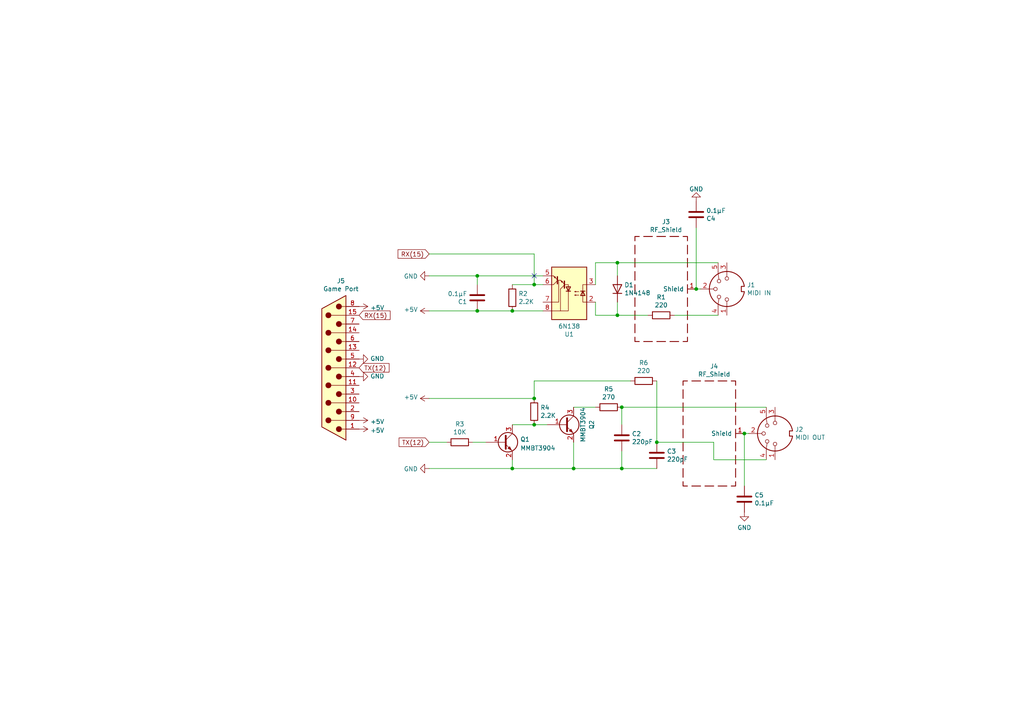
<source format=kicad_sch>
(kicad_sch (version 20211123) (generator eeschema)
  (paper "A4")
  (title_block (title "Game Midi Breakout") (date "2023-04-28") (rev "1.1") (comment 1 "UNTESTED REVISION"))
  (lib_symbols
    (symbol "Connector:DB15_Male" (pin_names (offset 1.016) hide)
      (property "Reference" "J" (at 0.508 21.59 0))
      (property "Value" "DB15_Male" (at 0 -22.225 0))
      (symbol "DB15_Male_0_1"
        (circle (center -1.778 -17.78) (radius 0.762) (fill (type outline)))
        (circle (center -1.778 -12.7) (radius 0.762) (fill (type outline)))
        (circle (center -1.778 -7.62) (radius 0.762) (fill (type outline)))
        (circle (center -1.778 -2.54) (radius 0.762) (fill (type outline)))
        (circle (center -1.778 2.54) (radius 0.762) (fill (type outline)))
        (circle (center -1.778 7.62) (radius 0.762) (fill (type outline)))
        (circle (center -1.778 12.7) (radius 0.762) (fill (type outline)))
        (circle (center -1.778 17.78) (radius 0.762) (fill (type outline)))
        (polyline (pts (xy -3.81 -17.78) (xy -2.54 -17.78)))
        (polyline (pts (xy -3.81 -15.24) (xy 0.508 -15.24)))
        (polyline (pts (xy -3.81 -12.7) (xy -2.54 -12.7)))
        (polyline (pts (xy -3.81 -10.16) (xy 0.508 -10.16)))
        (polyline (pts (xy -3.81 -7.62) (xy -2.54 -7.62)))
        (polyline (pts (xy -3.81 -5.08) (xy 0.508 -5.08)))
        (polyline (pts (xy -3.81 -2.54) (xy -2.54 -2.54)))
        (polyline (pts (xy -3.81 0) (xy 0.508 0)))
        (polyline (pts (xy -3.81 2.54) (xy -2.54 2.54)))
        (polyline (pts (xy -3.81 5.08) (xy 0.508 5.08)))
        (polyline (pts (xy -3.81 7.62) (xy -2.54 7.62)))
        (polyline (pts (xy -3.81 10.16) (xy 0.508 10.16)))
        (polyline (pts (xy -3.81 12.7) (xy -2.54 12.7)))
        (polyline (pts (xy -3.81 15.24) (xy 0.508 15.24)))
        (polyline (pts (xy -3.81 17.78) (xy -2.54 17.78)))
        (polyline (pts (xy -3.81 -20.955) (xy 3.175 -17.145) (xy 3.175 17.145) (xy -3.81 20.955) (xy -3.81 -20.955)) (stroke (width 0.254)) (fill (type background)))
        (circle (center 1.27 -15.24) (radius 0.762) (fill (type outline)))
        (circle (center 1.27 -10.16) (radius 0.762) (fill (type outline)))
        (circle (center 1.27 -5.08) (radius 0.762) (fill (type outline)))
        (circle (center 1.27 0) (radius 0.762) (fill (type outline)))
        (circle (center 1.27 5.08) (radius 0.762) (fill (type outline)))
        (circle (center 1.27 10.16) (radius 0.762) (fill (type outline)))
        (circle (center 1.27 15.24) (radius 0.762) (fill (type outline)))
      )
      (symbol "DB15_Male_1_1"
        (pin passive line (at -7.62 -17.78 0) (length 3.81) (name "1") (number "1"))
        (pin passive line (at -7.62 -10.16 0) (length 3.81) (name "P10") (number "10"))
        (pin passive line (at -7.62 -5.08 0) (length 3.81) (name "P111") (number "11"))
        (pin passive line (at -7.62 0 0) (length 3.81) (name "P12") (number "12"))
        (pin passive line (at -7.62 5.08 0) (length 3.81) (name "P13") (number "13"))
        (pin passive line (at -7.62 10.16 0) (length 3.81) (name "P14") (number "14"))
        (pin passive line (at -7.62 15.24 0) (length 3.81) (name "P15") (number "15"))
        (pin passive line (at -7.62 -12.7 0) (length 3.81) (name "2") (number "2"))
        (pin passive line (at -7.62 -7.62 0) (length 3.81) (name "3") (number "3"))
        (pin passive line (at -7.62 -2.54 0) (length 3.81) (name "4") (number "4"))
        (pin passive line (at -7.62 2.54 0) (length 3.81) (name "5") (number "5"))
        (pin passive line (at -7.62 7.62 0) (length 3.81) (name "6") (number "6"))
        (pin passive line (at -7.62 12.7 0) (length 3.81) (name "7") (number "7"))
        (pin passive line (at -7.62 17.78 0) (length 3.81) (name "8") (number "8"))
        (pin passive line (at -7.62 -15.24 0) (length 3.81) (name "P9") (number "9"))
      )
    )
    (symbol "Connector:DIN-5_180degree" (pin_names (offset 1.016))
      (property "Reference" "J" (at 3.175 5.715 0))
      (property "Value" "DIN-5_180degree" (at 0 -6.35 0))
      (symbol "DIN-5_180degree_0_1"
        (arc (start -5.08 0) (mid -3.8609 -3.3364) (end -0.762 -5.08) (stroke (width 0.254)))
        (circle (center -3.048 0) (radius 0.508))
        (circle (center -2.286 2.286) (radius 0.508))
        (polyline (pts (xy -5.08 0) (xy -3.556 0)))
        (polyline (pts (xy 0 5.08) (xy 0 3.81)))
        (polyline (pts (xy 5.08 0) (xy 3.556 0)))
        (polyline (pts (xy -5.08 2.54) (xy -4.318 2.54) (xy -2.794 2.286)))
        (polyline (pts (xy 5.08 2.54) (xy 4.318 2.54) (xy 2.794 2.286)))
        (polyline (pts (xy -0.762 -4.953) (xy -0.762 -4.191) (xy 0.762 -4.191) (xy 0.762 -4.953)) (stroke (width 0.254)))
        (circle (center 0 3.302) (radius 0.508))
        (arc (start 0.762 -5.08) (mid 3.8685 -3.343) (end 5.08 0) (stroke (width 0.254)))
        (circle (center 2.286 2.286) (radius 0.508))
        (circle (center 3.048 0) (radius 0.508))
        (arc (start 5.08 0) (mid 0 5.08) (end -5.08 0) (stroke (width 0.254)))
      )
      (symbol "DIN-5_180degree_1_1"
        (pin passive line (at -7.62 0 0) (length 2.54) (name "~") (number "1"))
        (pin passive line (at 0 7.62 270) (length 2.54) (name "~") (number "2"))
        (pin passive line (at 7.62 0 180) (length 2.54) (name "~") (number "3"))
        (pin passive line (at -7.62 2.54 0) (length 2.54) (name "~") (number "4"))
        (pin passive line (at 7.62 2.54 180) (length 2.54) (name "~") (number "5"))
      )
    )
    (symbol "Device:C" (pin_numbers hide) (pin_names (offset 0.254))
      (property "Reference" "C" (at 0.635 2.54 0))
      (property "Value" "C" (at 0.635 -2.54 0))
      (symbol "C_0_1"
        (polyline (pts (xy -2.032 -0.762) (xy 2.032 -0.762)) (stroke (width 0.508)))
        (polyline (pts (xy -2.032 0.762) (xy 2.032 0.762)) (stroke (width 0.508)))
      )
      (symbol "C_1_1"
        (pin passive line (at 0 3.81 270) (length 2.794) (name "~") (number "1"))
        (pin passive line (at 0 -3.81 90) (length 2.794) (name "~") (number "2"))
      )
    )
    (symbol "Device:D" (pin_numbers hide) (pin_names (offset 1.016) hide)
      (property "Reference" "D" (at 0 2.54 0))
      (property "Value" "D" (at 0 -2.54 0))
      (symbol "D_0_1"
        (polyline (pts (xy -1.27 1.27) (xy -1.27 -1.27)) (stroke (width 0.254)))
        (polyline (pts (xy 1.27 0) (xy -1.27 0)))
        (polyline (pts (xy 1.27 1.27) (xy 1.27 -1.27) (xy -1.27 0) (xy 1.27 1.27)) (stroke (width 0.254)))
      )
      (symbol "D_1_1"
        (pin passive line (at -3.81 0 0) (length 2.54) (name "K") (number "1"))
        (pin passive line (at 3.81 0 180) (length 2.54) (name "A") (number "2"))
      )
    )
    (symbol "Device:R" (pin_numbers hide) (pin_names (offset 0))
      (property "Reference" "R" (at 2.032 0 90))
      (property "Value" "R" (at 0 0 90))
      (symbol "R_0_1"
        (rectangle (start -1.016 -2.54) (end 1.016 2.54) (stroke (width 0.254)))
      )
      (symbol "R_1_1"
        (pin passive line (at 0 3.81 270) (length 1.27) (name "~") (number "1"))
        (pin passive line (at 0 -3.81 90) (length 1.27) (name "~") (number "2"))
      )
    )
    (symbol "Isolator:6N138" (pin_names (offset 1.016) hide)
      (property "Reference" "U" (at -4.064 8.89 0))
      (property "Value" "6N138" (at 2.286 8.89 0))
      (symbol "6N138_0_1"
        (rectangle (start -5.08 7.62) (end 5.08 -7.62) (stroke (width 0.254)) (fill (type background)))
        (polyline (pts (xy -4.572 -0.635) (xy -3.302 -0.635)) (stroke (width 0.254)))
        (polyline (pts (xy 0.889 -0.635) (xy -0.381 -0.635)) (stroke (width 0.254)))
        (polyline (pts (xy 1.397 -2.667) (xy 2.54 -3.81)))
        (polyline (pts (xy 1.397 -2.413) (xy 2.54 -1.27)))
        (polyline (pts (xy 2.54 -3.81) (xy 3.175 -3.81)))
        (polyline (pts (xy 3.429 -3.937) (xy 4.572 -5.08)))
        (polyline (pts (xy 3.429 -3.683) (xy 4.572 -2.54)))
        (polyline (pts (xy 4.572 -5.08) (xy 5.08 -5.08)))
        (polyline (pts (xy 4.572 -2.54) (xy 5.08 -2.54)))
        (polyline (pts (xy 1.397 -1.524) (xy 1.397 -3.556) (xy 1.397 -3.556)) (stroke (width 0.3556)))
        (polyline (pts (xy 2.54 -1.27) (xy 2.54 5.08) (xy 5.08 5.08)))
        (polyline (pts (xy 3.429 -2.794) (xy 3.429 -4.826) (xy 3.429 -4.826)) (stroke (width 0.3556)))
        (polyline (pts (xy 5.08 2.54) (xy 3.048 2.54) (xy 3.048 -3.81)))
        (polyline (pts (xy -5.08 -2.54) (xy -3.937 -2.54) (xy -3.937 2.54) (xy -5.08 2.54)))
        (polyline (pts (xy -3.937 -0.635) (xy -4.572 0.635) (xy -3.302 0.635) (xy -3.937 -0.635)) (stroke (width 0.254)))
        (polyline (pts (xy 0.254 -0.635) (xy 0.889 -1.905) (xy -0.381 -1.905) (xy 0.254 -0.635)) (stroke (width 0.254)))
        (polyline (pts (xy 1.27 -2.54) (xy 0.254 -2.54) (xy 0.254 5.08) (xy 2.54 5.08)))
        (polyline (pts (xy 2.413 -3.683) (xy 2.159 -3.175) (xy 1.905 -3.429) (xy 2.413 -3.683)))
        (polyline (pts (xy 4.445 -4.953) (xy 4.191 -4.445) (xy 3.937 -4.699) (xy 4.445 -4.953)))
        (polyline (pts (xy -2.794 -0.508) (xy -1.524 -0.508) (xy -1.905 -0.635) (xy -1.905 -0.381) (xy -1.524 -0.508)))
        (polyline (pts (xy -2.794 0.508) (xy -1.524 0.508) (xy -1.905 0.381) (xy -1.905 0.635) (xy -1.524 0.508)))
      )
      (symbol "6N138_1_1"
        (pin no_connect line (at -5.08 5.08 0) (length 2.54) hide (name "NC") (number "1"))
        (pin passive line (at -7.62 2.54 0) (length 2.54) (name "C1") (number "2"))
        (pin passive line (at -7.62 -2.54 0) (length 2.54) (name "C2") (number "3"))
        (pin no_connect line (at -5.08 -5.08 0) (length 2.54) hide (name "NC") (number "4"))
        (pin passive line (at 7.62 -5.08 180) (length 2.54) (name "GND") (number "5"))
        (pin passive line (at 7.62 -2.54 180) (length 2.54) (name "VO2") (number "6"))
        (pin passive line (at 7.62 2.54 180) (length 2.54) (name "VO1") (number "7"))
        (pin passive line (at 7.62 5.08 180) (length 2.54) (name "VCC") (number "8"))
      )
    )
    (symbol "Transistor_BJT:MMBT3904" (pin_names (offset 0) hide)
      (property "Reference" "Q" (at 5.08 1.905 0))
      (property "Value" "MMBT3904" (at 5.08 0 0))
      (symbol "MMBT3904_0_1"
        (polyline (pts (xy 0.635 0.635) (xy 2.54 2.54)))
        (polyline (pts (xy 0.635 -0.635) (xy 2.54 -2.54) (xy 2.54 -2.54)))
        (polyline (pts (xy 0.635 1.905) (xy 0.635 -1.905) (xy 0.635 -1.905)) (stroke (width 0.508)))
        (polyline (pts (xy 1.27 -1.778) (xy 1.778 -1.27) (xy 2.286 -2.286) (xy 1.27 -1.778) (xy 1.27 -1.778)) (fill (type outline)))
        (circle (center 1.27 0) (radius 2.8194) (stroke (width 0.254)))
      )
      (symbol "MMBT3904_1_1"
        (pin input line (at -5.08 0 0) (length 5.715) (name "B") (number "1"))
        (pin passive line (at 2.54 -5.08 90) (length 2.54) (name "E") (number "2"))
        (pin passive line (at 2.54 5.08 270) (length 2.54) (name "C") (number "3"))
      )
    )
    (symbol "game_midi_breakout-rescue:RF_Shield_One_Piece-Device" (pin_names (offset 1.016))
      (property "Reference" "J" (at 0 5.08 0))
      (property "Value" "RF_Shield_One_Piece-Device" (at 0 2.54 0))
      (symbol "RF_Shield_One_Piece-Device_0_1"
        (polyline (pts (xy -15.24 -5.08) (xy -15.24 -2.54)) (stroke (width 0.254)))
        (polyline (pts (xy -15.24 -1.27) (xy -15.24 1.27)) (stroke (width 0.254)))
        (polyline (pts (xy -15.24 2.54) (xy -15.24 5.08)) (stroke (width 0.254)))
        (polyline (pts (xy -12.7 7.62) (xy -10.16 7.62)) (stroke (width 0.254)))
        (polyline (pts (xy -10.16 -7.62) (xy -12.7 -7.62)) (stroke (width 0.254)))
        (polyline (pts (xy -6.35 -7.62) (xy -8.89 -7.62)) (stroke (width 0.254)))
        (polyline (pts (xy -6.35 7.62) (xy -8.89 7.62)) (stroke (width 0.254)))
        (polyline (pts (xy -2.54 -7.62) (xy -5.08 -7.62)) (stroke (width 0.254)))
        (polyline (pts (xy -2.54 7.62) (xy -5.08 7.62)) (stroke (width 0.254)))
        (polyline (pts (xy -1.27 -7.62) (xy 1.27 -7.62)) (stroke (width 0.254)))
        (polyline (pts (xy 1.27 7.62) (xy -1.27 7.62)) (stroke (width 0.254)))
        (polyline (pts (xy 2.54 -7.62) (xy 5.08 -7.62)) (stroke (width 0.254)))
        (polyline (pts (xy 5.08 7.62) (xy 2.54 7.62)) (stroke (width 0.254)))
        (polyline (pts (xy 6.35 -7.62) (xy 8.89 -7.62)) (stroke (width 0.254)))
        (polyline (pts (xy 8.89 7.62) (xy 6.35 7.62)) (stroke (width 0.254)))
        (polyline (pts (xy 10.16 -7.62) (xy 12.7 -7.62)) (stroke (width 0.254)))
        (polyline (pts (xy 12.7 7.62) (xy 10.16 7.62)) (stroke (width 0.254)))
        (polyline (pts (xy 15.24 -5.08) (xy 15.24 -2.54)) (stroke (width 0.254)))
        (polyline (pts (xy 15.24 -1.27) (xy 15.24 1.27)) (stroke (width 0.254)))
        (polyline (pts (xy 15.24 2.54) (xy 15.24 5.08)) (stroke (width 0.254)))
        (polyline (pts (xy -15.24 6.35) (xy -15.24 7.62) (xy -13.97 7.62)) (stroke (width 0.254)))
        (polyline (pts (xy -13.97 -7.62) (xy -15.24 -7.62) (xy -15.24 -6.35)) (stroke (width 0.254)))
        (polyline (pts (xy 13.97 -7.62) (xy 15.24 -7.62) (xy 15.24 -6.35)) (stroke (width 0.254)))
        (polyline (pts (xy 15.24 6.35) (xy 15.24 7.62) (xy 13.97 7.62)) (stroke (width 0.254)))
      )
      (symbol "RF_Shield_One_Piece-Device_1_1"
        (pin passive line (at 0 -10.16 90) (length 2.54) (name "Shield") (number "1"))
      )
    )
    (symbol "power:+5V" (power) (pin_names (offset 0))
      (property "Value" "+5V" (at 0 3.556 0))
      (symbol "+5V_0_1"
        (polyline (pts (xy -0.762 1.27) (xy 0 2.54)))
        (polyline (pts (xy 0 0) (xy 0 2.54)))
        (polyline (pts (xy 0 2.54) (xy 0.762 1.27)))
      )
      (symbol "+5V_1_1"
        (pin power_in line (at 0 0 90) (length 0) hide (name "+5V") (number "1"))
      )
    )
    (symbol "power:GND" (power) (pin_names (offset 0))
      (property "Value" "GND" (at 0 -3.81 0))
      (symbol "GND_0_1"
        (polyline (pts (xy 0 0) (xy 0 -1.27) (xy 1.27 -1.27) (xy 0 -2.54) (xy -1.27 -1.27) (xy 0 -1.27)))
      )
      (symbol "GND_1_1"
        (pin power_in line (at 0 0 270) (length 0) hide (name "GND") (number "1"))
      )
    )
  )
  (junction (at 154.94 82.55))
  (junction (at 215.9 125.73))
  (junction (at 166.37 135.89))
  (junction (at 148.59 90.17))
  (junction (at 180.34 118.11))
  (junction (at 180.34 135.89))
  (junction (at 154.94 123.19))
  (junction (at 190.5 128.27))
  (junction (at 201.93 83.82))
  (junction (at 148.59 135.89))
  (junction (at 154.94 115.57))
  (junction (at 138.43 80.01))
  (junction (at 138.43 90.17))
  (junction (at 179.07 76.2))
  (junction (at 179.07 91.44))
  (no_connect (at 154.94 80.01))
  (wire (pts (xy 137.16 128.27) (xy 140.97 128.27)))
  (wire (pts (xy 172.72 76.2) (xy 179.07 76.2)))
  (wire (pts (xy 195.58 91.44) (xy 208.28 91.44)))
  (wire (pts (xy 172.72 91.44) (xy 179.07 91.44)))
  (wire (pts (xy 179.07 80.01) (xy 179.07 76.2)))
  (wire (pts (xy 182.88 110.49) (xy 154.94 110.49)))
  (wire (pts (xy 138.43 80.01) (xy 124.46 80.01)))
  (wire (pts (xy 124.46 90.17) (xy 138.43 90.17)))
  (wire (pts (xy 157.48 82.55) (xy 154.94 82.55)))
  (wire (pts (xy 207.01 128.27) (xy 190.5 128.27)))
  (wire (pts (xy 179.07 76.2) (xy 208.28 76.2)))
  (wire (pts (xy 207.01 133.35) (xy 207.01 128.27)))
  (wire (pts (xy 154.94 123.19) (xy 158.75 123.19)))
  (wire (pts (xy 157.48 90.17) (xy 148.59 90.17)))
  (wire (pts (xy 179.07 87.63) (xy 179.07 91.44)))
  (wire (pts (xy 180.34 118.11) (xy 222.25 118.11)))
  (wire (pts (xy 124.46 128.27) (xy 129.54 128.27)))
  (wire (pts (xy 180.34 135.89) (xy 190.5 135.89)))
  (wire (pts (xy 180.34 118.11) (xy 180.34 123.19)))
  (wire (pts (xy 154.94 115.57) (xy 154.94 110.49)))
  (wire (pts (xy 166.37 135.89) (xy 180.34 135.89)))
  (wire (pts (xy 148.59 123.19) (xy 154.94 123.19)))
  (wire (pts (xy 222.25 133.35) (xy 207.01 133.35)))
  (wire (pts (xy 166.37 118.11) (xy 172.72 118.11)))
  (wire (pts (xy 154.94 73.66) (xy 124.46 73.66)))
  (wire (pts (xy 148.59 133.35) (xy 148.59 135.89)))
  (wire (pts (xy 179.07 91.44) (xy 187.96 91.44)))
  (wire (pts (xy 138.43 80.01) (xy 157.48 80.01)))
  (wire (pts (xy 190.5 110.49) (xy 190.5 128.27)))
  (wire (pts (xy 124.46 115.57) (xy 154.94 115.57)))
  (wire (pts (xy 201.93 66.04) (xy 201.93 83.82)))
  (wire (pts (xy 154.94 82.55) (xy 154.94 73.66)))
  (wire (pts (xy 124.46 135.89) (xy 148.59 135.89)))
  (wire (pts (xy 172.72 82.55) (xy 172.72 76.2)))
  (wire (pts (xy 215.9 125.73) (xy 217.17 125.73)))
  (wire (pts (xy 148.59 82.55) (xy 154.94 82.55)))
  (wire (pts (xy 166.37 128.27) (xy 166.37 135.89)))
  (wire (pts (xy 172.72 87.63) (xy 172.72 91.44)))
  (wire (pts (xy 215.9 125.73) (xy 215.9 140.97)))
  (wire (pts (xy 180.34 130.81) (xy 180.34 135.89)))
  (wire (pts (xy 148.59 135.89) (xy 166.37 135.89)))
  (wire (pts (xy 201.93 83.82) (xy 203.2 83.82)))
  (wire (pts (xy 138.43 80.01) (xy 138.43 82.55)))
  (wire (pts (xy 148.59 90.17) (xy 138.43 90.17)))
  (global_label "RX(15)" (shape input) (at 104.14 91.44 0) (property "Intersheet References" "${INTERSHEET_REFS}" (effects hide)))
  (global_label "TX(12)" (shape input) (at 124.46 128.27 180) (property "Intersheet References" "${INTERSHEET_REFS}" (effects hide)))
  (global_label "RX(15)" (shape input) (at 124.46 73.66 180) (property "Intersheet References" "${INTERSHEET_REFS}" (effects hide)))
  (global_label "TX(12)" (shape input) (at 104.14 106.68 0) (property "Intersheet References" "${INTERSHEET_REFS}" (effects hide)))
  (symbol (lib_id "Isolator:6N138") (at 165.1 85.09 180) (unit 1)
    (property "Reference" "U1" (at 165.1 96.9518 0))
    (property "Value" "6N138" (at 165.1 94.6404 0))
    (property "Footprint" "Package_DIP:SMDIP-8_W7.62mm" (effects hide))
    (property "Datasheet" "http://www.onsemi.com/pub/Collateral/HCPL2731-D.pdf" (effects hide))
  )
  (symbol (lib_id "power:+5V") (at 124.46 90.17 90) (unit 1)
    (property "Reference" "#PWR0101" (effects hide))
    (property "Value" "+5V" (at 121.2088 89.789 90) (effects (justify left)))
  )
  (symbol (lib_id "power:GND") (at 124.46 80.01 270) (unit 1)
    (property "Reference" "#PWR0102" (effects hide))
    (property "Value" "GND" (at 121.2088 80.137 90) (effects (justify right)))
  )
  (symbol (lib_id "Device:C") (at 138.43 86.36 180) (unit 1)
    (property "Reference" "C1" (at 135.509 87.5284 0) (effects (justify left)))
    (property "Value" "0.1μF" (at 135.509 85.217 0) (effects (justify left)))
    (property "Footprint" "Capacitor_SMD:C_0805_2012Metric" (effects hide))
  )
  (symbol (lib_id "Connector:DIN-5_180degree") (at 210.82 83.82 90) (unit 1)
    (property "Reference" "J1" (at 216.662 82.6516 90) (effects (justify right)))
    (property "Value" "MIDI IN" (at 216.662 84.963 90) (effects (justify right)))
    (property "Footprint" "midi_pads:midi pads" (effects hide))
    (property "Datasheet" "http://www.mouser.com/ds/2/18/40_c091_abd_e-75918.pdf" (effects hide))
  )
  (symbol (lib_id "Device:R") (at 191.77 91.44 270) (unit 1)
    (property "Reference" "R1" (at 191.77 86.1822 90))
    (property "Value" "220" (at 191.77 88.4936 90))
    (property "Footprint" "Resistor_SMD:R_0805_2012Metric" (effects hide))
  )
  (symbol (lib_id "Device:D") (at 179.07 83.82 90) (unit 1)
    (property "Reference" "D1" (at 181.0766 82.6516 90) (effects (justify right)))
    (property "Value" "1N4148" (at 181.0766 84.963 90) (effects (justify right)))
    (property "Footprint" "Diode_SMD:D_SOD-323" (effects hide))
  )
  (symbol (lib_id "game_midi_breakout-rescue:RF_Shield_One_Piece-Device") (at 191.77 83.82 90) (unit 1)
    (property "Reference" "J3" (at 193.167 64.3382 90))
    (property "Value" "RF_Shield" (at 193.167 66.6496 90))
  )
  (symbol (lib_id "Device:R") (at 148.59 86.36 0) (unit 1)
    (property "Reference" "R2" (at 150.368 85.1916 0) (effects (justify left)))
    (property "Value" "2.2K" (at 150.368 87.503 0) (effects (justify left)))
    (property "Footprint" "Resistor_SMD:R_0805_2012Metric" (effects hide))
  )
  (symbol (lib_id "power:GND") (at 124.46 135.89 270) (unit 1)
    (property "Reference" "#PWR0108" (effects hide))
    (property "Value" "GND" (at 121.2088 136.017 90) (effects (justify right)))
  )
  (symbol (lib_id "power:+5V") (at 124.46 115.57 90) (unit 1)
    (property "Reference" "#PWR0109" (effects hide))
    (property "Value" "+5V" (at 121.2088 115.189 90) (effects (justify left)))
  )
  (symbol (lib_id "Connector:DIN-5_180degree") (at 224.79 125.73 90) (unit 1)
    (property "Reference" "J2" (at 230.6066 124.5616 90) (effects (justify right)))
    (property "Value" "MIDI OUT" (at 230.6066 126.873 90) (effects (justify right)))
    (property "Footprint" "midi_pads:midi pads" (effects hide))
    (property "Datasheet" "http://www.mouser.com/ds/2/18/40_c091_abd_e-75918.pdf" (effects hide))
  )
  (symbol (lib_id "Device:R") (at 133.35 128.27 90) (unit 1)
    (property "Reference" "R3" (at 133.35 123.0122 90))
    (property "Value" "10K" (at 133.35 125.3236 90))
    (property "Footprint" "Resistor_SMD:R_0805_2012Metric" (effects hide))
  )
  (symbol (lib_id "Device:R") (at 154.94 119.38 0) (unit 1)
    (property "Reference" "R4" (at 156.718 118.2116 0) (effects (justify left)))
    (property "Value" "2.2K" (at 156.718 120.523 0) (effects (justify left)))
    (property "Footprint" "Resistor_SMD:R_0805_2012Metric" (effects hide))
  )
  (symbol (lib_id "Device:R") (at 176.53 118.11 270) (unit 1)
    (property "Reference" "R5" (at 176.53 112.8522 90))
    (property "Value" "270" (at 176.53 115.1636 90))
    (property "Footprint" "Resistor_SMD:R_0805_2012Metric" (effects hide))
  )
  (symbol (lib_id "Device:C") (at 180.34 127 0) (unit 1)
    (property "Reference" "C2" (at 183.261 125.8316 0) (effects (justify left)))
    (property "Value" "220pF" (at 183.261 128.143 0) (effects (justify left)))
    (property "Footprint" "Capacitor_SMD:C_0805_2012Metric" (effects hide))
  )
  (symbol (lib_id "Device:C") (at 190.5 132.08 0) (unit 1)
    (property "Reference" "C3" (at 193.421 130.9116 0) (effects (justify left)))
    (property "Value" "220pF" (at 193.421 133.223 0) (effects (justify left)))
    (property "Footprint" "Capacitor_SMD:C_0805_2012Metric" (effects hide))
  )
  (symbol (lib_id "Device:R") (at 186.69 110.49 270) (unit 1)
    (property "Reference" "R6" (at 186.69 105.2322 90))
    (property "Value" "220" (at 186.69 107.5436 90))
    (property "Footprint" "Resistor_SMD:R_0805_2012Metric" (effects hide))
  )
  (symbol (lib_id "game_midi_breakout-rescue:RF_Shield_One_Piece-Device") (at 205.74 125.73 90) (unit 1)
    (property "Reference" "J4" (at 207.137 106.2482 90))
    (property "Value" "RF_Shield" (at 207.137 108.5596 90))
  )
  (symbol (lib_id "Connector:DB15_Male") (at 96.52 106.68 0) (mirror y) (unit 1)
    (property "Reference" "J5" (at 98.8822 81.4832 0))
    (property "Value" "Game Port" (at 98.8822 83.7946 0))
    (property "Footprint" "Connector_Dsub:DSUB-15_Male_EdgeMount_P2.77mm" (effects hide))
    (property "Datasheet" " ~" (effects hide))
  )
  (symbol (lib_id "power:+5V") (at 104.14 88.9 270) (unit 1)
    (property "Reference" "#PWR0106" (effects hide))
    (property "Value" "+5V" (at 107.3912 89.281 90) (effects (justify left)))
  )
  (symbol (lib_id "power:+5V") (at 104.14 124.46 270) (unit 1)
    (property "Reference" "#PWR0104" (effects hide))
    (property "Value" "+5V" (at 107.3912 124.841 90) (effects (justify left)))
  )
  (symbol (lib_id "power:+5V") (at 104.14 121.92 270) (unit 1)
    (property "Reference" "#PWR0105" (effects hide))
    (property "Value" "+5V" (at 107.3912 122.301 90) (effects (justify left)))
  )
  (symbol (lib_id "power:GND") (at 104.14 109.22 90) (unit 1)
    (property "Reference" "#PWR0107" (effects hide))
    (property "Value" "GND" (at 107.3912 109.093 90) (effects (justify right)))
  )
  (symbol (lib_id "power:GND") (at 104.14 104.14 90) (unit 1)
    (property "Reference" "#PWR0103" (effects hide))
    (property "Value" "GND" (at 107.3912 104.013 90) (effects (justify right)))
  )
  (symbol (lib_id "Device:C") (at 201.93 62.23 0) (mirror x) (unit 1)
    (property "Reference" "C4" (at 204.851 63.3984 0) (effects (justify left)))
    (property "Value" "0.1μF" (at 204.851 61.087 0) (effects (justify left)))
    (property "Footprint" "Capacitor_SMD:C_0805_2012Metric" (effects hide))
  )
  (symbol (lib_id "Device:C") (at 215.9 144.78 0) (unit 1)
    (property "Reference" "C5" (at 218.821 143.6116 0) (effects (justify left)))
    (property "Value" "0.1μF" (at 218.821 145.923 0) (effects (justify left)))
    (property "Footprint" "Capacitor_SMD:C_0805_2012Metric" (effects hide))
  )
  (symbol (lib_id "power:GND") (at 215.9 148.59 0) (unit 1)
    (property "Reference" "#PWR0111" (effects hide))
    (property "Value" "GND" (at 215.9 153.0334 0))
  )
  (symbol (lib_id "Transistor_BJT:MMBT3904") (at 163.83 123.19 0) (unit 1)
    (property "Reference" "Q2" (at 171.6192 123.19 90))
    (property "Value" "MMBT3904" (at 169.0823 123.19 90))
    (property "Footprint" "Package_TO_SOT_SMD:SOT-23" (effects hide))
    (property "Datasheet" "https://www.onsemi.com/pub/Collateral/2N3903-D.PDF" (effects hide))
  )
  (symbol (lib_id "Transistor_BJT:MMBT3904") (at 146.05 128.27 0) (unit 1)
    (property "Reference" "Q1" (at 150.9014 127.4353 0) (effects (justify left)))
    (property "Value" "MMBT3904" (at 150.9014 129.9722 0) (effects (justify left)))
    (property "Footprint" "Package_TO_SOT_SMD:SOT-23" (effects hide))
    (property "Datasheet" "https://www.onsemi.com/pub/Collateral/2N3903-D.PDF" (effects hide))
  )
  (symbol (lib_id "power:GND") (at 201.93 58.42 180) (unit 1)
    (property "Reference" "#PWR0110" (effects hide))
    (property "Value" "GND" (at 201.93 54.8442 0))
  )
)
</source>
